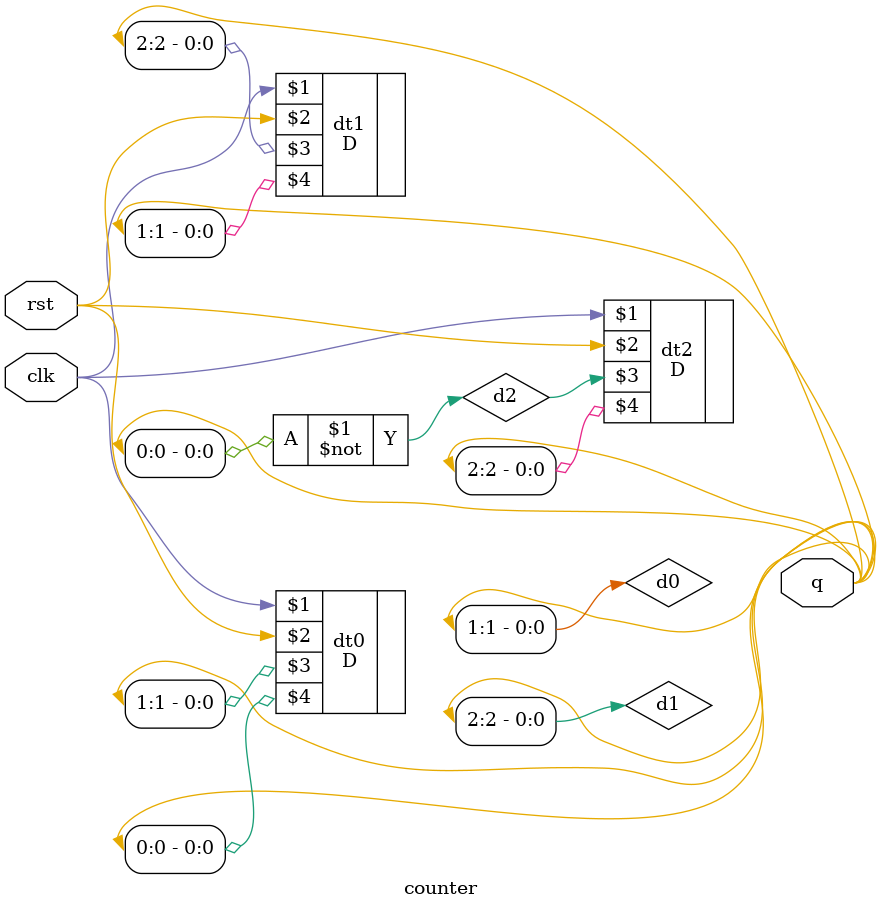
<source format=v>
`timescale 1ns / 1ps


module counter(
input clk,
input rst,
output [2:0] q
);
wire d1, d0,d2;

assign d1 = q[2];
assign d0 = q[1];
assign d2 = ~q[0];
D dt1(clk,rst, d1, q[1]);
D dt0(clk,rst, d0,q[0]);
D dt2(clk,rst, d2,q[2]);
endmodule

</source>
